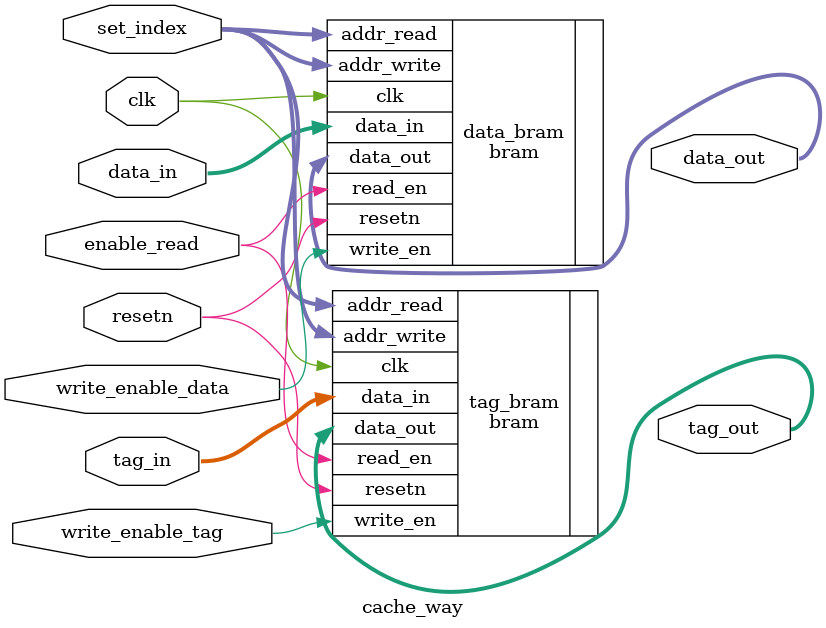
<source format=sv>
`ifndef CACHE_WAY_SV
`define CACHE_WAY_SV
/*
* Módulo cache_way: encapsula las BRAM de tag y data para cada vía
*/
module cache_way #(
    parameter TAG_WIDTH = 13, // Ancho del tag
    parameter DATA_WIDTH = 16, // Ancho de los datos
    parameter SET_WIDTH = 8
) (
    input wire clk,
    input wire resetn,
    input wire enable_read,
    input wire write_enable_tag,
    input wire write_enable_data,
    input wire [SET_WIDTH-1:0] set_index,
    input wire [TAG_WIDTH-1:0] tag_in,
    input wire [DATA_WIDTH-1:0] data_in,
    output wire [TAG_WIDTH-1:0] tag_out,
    output wire [DATA_WIDTH-1:0] data_out
);
    // Declaración de la BRAM de tag
    bram #(
        .DEPTH(1 << SET_WIDTH),
        .WIDTH_BITS(TAG_WIDTH)
    ) tag_bram (
        .clk(clk),
        .resetn(resetn),
        .read_en(enable_read),
        .write_en(write_enable_tag),
        .addr_read(set_index),
        .addr_write(set_index),
        .data_in(tag_in),
        .data_out(tag_out)
    );

    // Declaración de la BRAM de datos
    bram #(
        .DEPTH(1 << SET_WIDTH),
        .WIDTH_BITS(DATA_WIDTH)
    ) data_bram (
        .clk(clk),
        .resetn(resetn),
        .read_en(enable_read),
        .write_en(write_enable_data),
        .addr_read(set_index),
        .addr_write(set_index),
        .data_in(data_in),
        .data_out(data_out)
    );
endmodule

`endif // CACHE_WAY_SV
</source>
